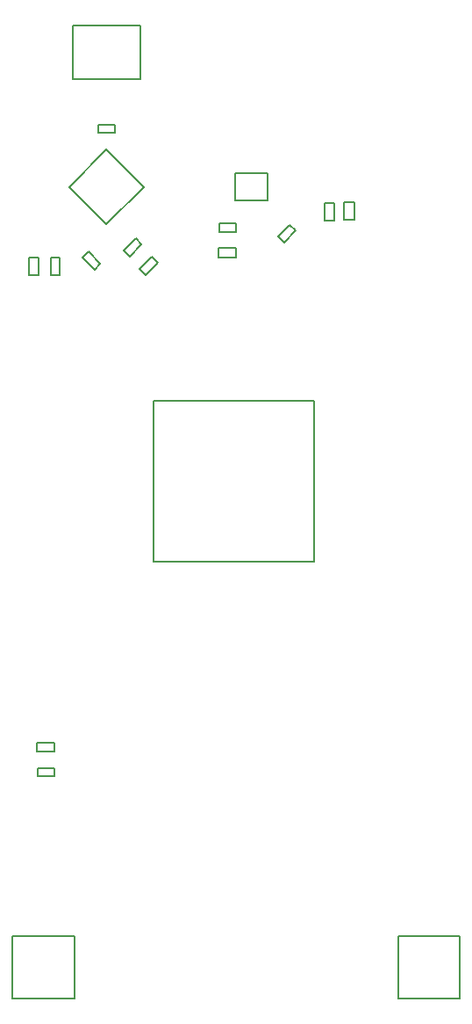
<source format=gbr>
%TF.GenerationSoftware,Altium Limited,Altium Designer,20.2.8 (258)*%
G04 Layer_Color=8388736*
%FSLAX26Y26*%
%MOIN*%
%TF.SameCoordinates,5803725C-7DB8-4FA7-A0CF-86E37554034E*%
%TF.FilePolarity,Positive*%
%TF.FileFunction,Other,Top_3D_Body*%
%TF.Part,Single*%
G01*
G75*
%TA.AperFunction,NonConductor*%
%ADD59C,0.007874*%
D59*
X1438110Y1201890D02*
Y1438110D01*
X1201890Y1201890D02*
X1438110D01*
X1201890D02*
Y1438110D01*
X1438110D01*
X1301552Y3946535D02*
Y4013465D01*
X1266119Y3946535D02*
X1301552D01*
X1266119D02*
Y4013465D01*
X1301552D01*
X1382716Y3946535D02*
Y4013465D01*
X1347284Y3946535D02*
X1382716D01*
X1347284D02*
Y4013465D01*
X1382716D01*
X1737539Y2860039D02*
X2347776D01*
X1737539D02*
Y3470276D01*
X2347776D01*
Y2860039D02*
Y3470276D01*
X2256136Y4136553D02*
X2278407Y4114282D01*
X2211593Y4092010D02*
X2256136Y4136553D01*
X2211593Y4092010D02*
X2233864Y4069740D01*
X2278407Y4114282D01*
X2048976Y4228819D02*
Y4331181D01*
Y4228819D02*
X2171024D01*
Y4331181D01*
X2048976D02*
X2171024D01*
X1432441Y4687441D02*
Y4892559D01*
Y4687441D02*
X1687559D01*
Y4892559D01*
X1432441D02*
X1687559D01*
X1513620Y3967070D02*
X1535890Y3989341D01*
X1491348Y4033883D02*
X1535890Y3989341D01*
X1469077Y4011612D02*
X1491348Y4033883D01*
X1469077Y4011612D02*
X1513620Y3967070D01*
X1528504Y4484252D02*
Y4515748D01*
Y4484252D02*
X1591496D01*
Y4515748D01*
X1528504D02*
X1591496D01*
X1671136Y4083883D02*
X1693407Y4061612D01*
X1626593Y4039341D02*
X1671136Y4083883D01*
X1626593Y4039341D02*
X1648864Y4017070D01*
X1693407Y4061612D01*
X1731648Y4016191D02*
X1756703Y3991136D01*
X1684322Y3968864D02*
X1731648Y4016191D01*
X1684322Y3968864D02*
X1709377Y3943809D01*
X1756703Y3991136D01*
X1560000Y4138022D02*
X1701978Y4280000D01*
X1560000Y4421978D02*
X1701978Y4280000D01*
X1418022D02*
X1560000Y4421978D01*
X1418022Y4280000D02*
X1560000Y4138022D01*
X2461305Y4221929D02*
X2500675D01*
X2461305Y4155000D02*
Y4221929D01*
Y4155000D02*
X2500675D01*
Y4221929D01*
X2389983Y4151535D02*
X2425416D01*
Y4218465D01*
X2389983D02*
X2425416D01*
X2389983Y4151535D02*
Y4218465D01*
X2666890Y1438110D02*
X2903110D01*
X2666890Y1201890D02*
Y1438110D01*
Y1201890D02*
X2903110D01*
Y1438110D01*
X1986535Y4012284D02*
Y4047716D01*
Y4012284D02*
X2053465D01*
Y4047716D01*
X1986535D02*
X2053465D01*
X1988504Y4109252D02*
Y4140748D01*
Y4109252D02*
X2051496D01*
Y4140748D01*
X1988504D02*
X2051496D01*
X1296535Y2137284D02*
Y2172716D01*
Y2137284D02*
X1363465D01*
Y2172716D01*
X1296535D02*
X1363465D01*
X1298149Y2044252D02*
Y2075748D01*
Y2044252D02*
X1361142D01*
Y2075748D01*
X1298149D02*
X1361142D01*
%TF.MD5,8dff395811f754d4e03d0aa3c9a4debc*%
M02*

</source>
